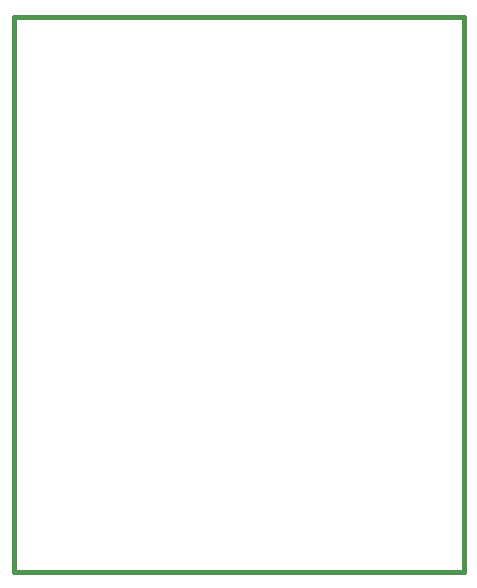
<source format=gko>
%FSLAX34Y34*%
%MOMM*%
%LNOUTLINE*%
G71*
G01*
%ADD10C, 0.40*%
%LPD*%
G54D10*
X12700Y990600D02*
X393700Y990600D01*
X393700Y520700D01*
X12700Y520700D01*
X12700Y990600D01*
M02*

</source>
